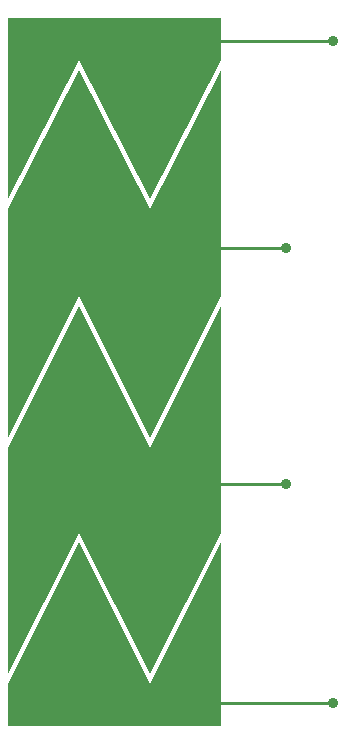
<source format=gbr>
G04 start of page 3 for group 5 idx 5 *
G04 Title: QT-Slider Large, bottom *
G04 Creator: pcb 1.99z *
G04 CreationDate: Sat 07 Feb 2015 05:56:42 PM GMT UTC *
G04 For: tgack *
G04 Format: Gerber/RS-274X *
G04 PCB-Dimensions (mil): 1259.84 2598.43 *
G04 PCB-Coordinate-Origin: lower left *
%MOIN*%
%FSLAX25Y25*%
%LNBOTTOM*%
%ADD20C,0.0200*%
%ADD19C,0.0360*%
%ADD18C,0.0100*%
%ADD17C,0.0001*%
G54D17*G36*
X9843Y250000D02*X80709D01*
Y235827D01*
X57087Y189370D01*
X33465Y235827D01*
X9843Y189370D01*
Y250000D01*
G37*
G36*
Y186220D02*X33465Y232677D01*
X57087Y186220D01*
X80709Y232677D01*
Y157087D01*
X57087Y109843D01*
X33465Y157087D01*
X9843Y109843D01*
Y186220D01*
G37*
G36*
Y106693D02*X33465Y153937D01*
X57087Y106693D01*
X80709Y153937D01*
Y78346D01*
X57087Y31102D01*
X33465Y78346D01*
X9843Y31102D01*
Y106693D01*
G37*
G36*
Y27953D02*X33465Y75197D01*
X57087Y27953D01*
X80709Y75197D01*
Y13780D01*
X9843D01*
Y27953D01*
G37*
G54D18*X78740Y242126D02*X118110D01*
X78740Y21654D02*X118110D01*
X78740Y173228D02*X102362D01*
X78740Y94488D02*X102362D01*
G54D19*X118110Y21654D03*
Y242126D03*
X102362Y94488D03*
Y173228D03*
G54D20*M02*

</source>
